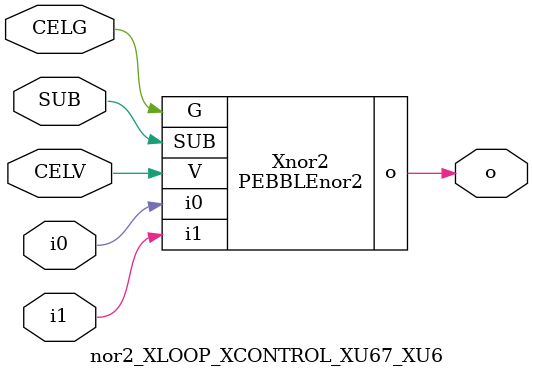
<source format=v>



module PEBBLEnor2 ( o, G, SUB, V, i0, i1 );

  input i0;
  input V;
  input i1;
  input G;
  output o;
  input SUB;
endmodule

//Celera Confidential Do Not Copy nor2_XLOOP_XCONTROL_XU67_XU6
//Celera Confidential Symbol Generator
//nor2
module nor2_XLOOP_XCONTROL_XU67_XU6 (CELV,CELG,i0,i1,o,SUB);
input CELV;
input CELG;
input i0;
input i1;
input SUB;
output o;

//Celera Confidential Do Not Copy nor2
PEBBLEnor2 Xnor2(
.V (CELV),
.i0 (i0),
.i1 (i1),
.o (o),
.SUB (SUB),
.G (CELG)
);
//,diesize,PEBBLEnor2

//Celera Confidential Do Not Copy Module End
//Celera Schematic Generator
endmodule

</source>
